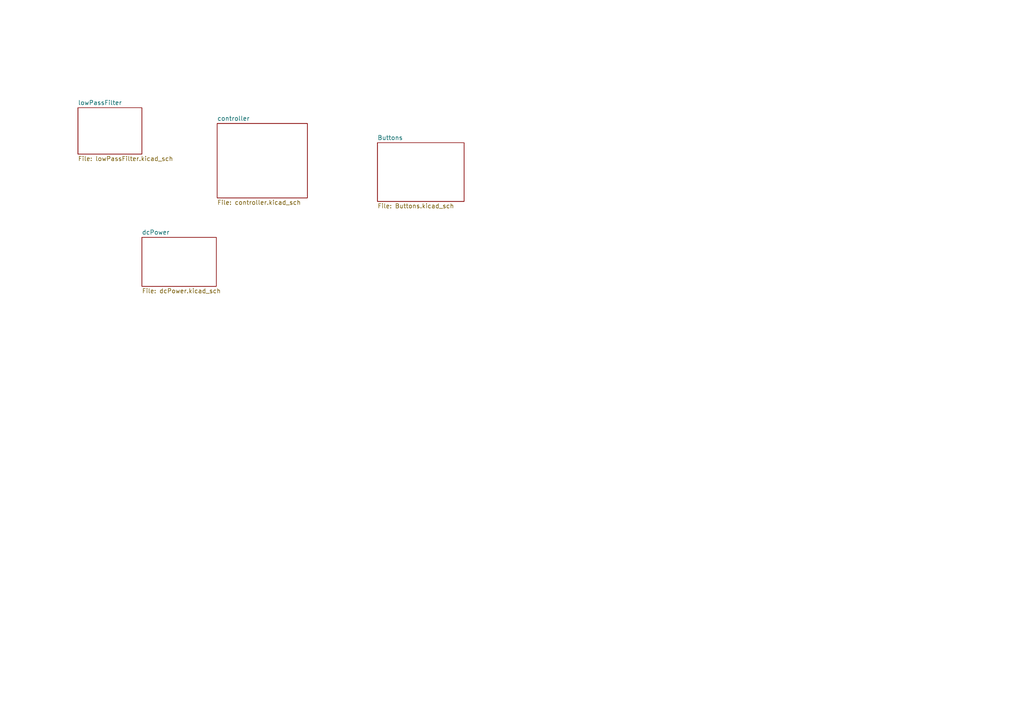
<source format=kicad_sch>
(kicad_sch (version 20230121) (generator eeschema)
  (paper "A4")
  (lib_symbols)
  (sheet (at 109.474 41.402) (size 25.146 17.018) (stroke (width 0.1524))
    (property "Sheetname" "Buttons" (at 109.474 40.6904 0) (effects (justify left bottom)))
    (property "Sheetfile" "Buttons.kicad_sch" (at 109.474 59.0046 0) (effects (justify left top)))
  )
  (sheet (at 41.148 68.834) (size 21.59 14.224) (stroke (width 0.1524))
    (property "Sheetname" "dcPower" (at 41.148 68.1224 0) (effects (justify left bottom)))
    (property "Sheetfile" "dcPower.kicad_sch" (at 41.148 83.6426 0) (effects (justify left top)))
  )
  (sheet (at 22.606 31.242) (size 18.542 13.462) (stroke (width 0.1524))
    (property "Sheetname" "lowPassFilter" (at 22.606 30.5304 0) (effects (justify left bottom)))
    (property "Sheetfile" "lowPassFilter.kicad_sch" (at 22.606 45.2886 0) (effects (justify left top)))
  )
  (sheet (at 62.992 35.814) (size 26.162 21.59) (stroke (width 0.1524))
    (property "Sheetname" "controller" (at 62.992 35.1024 0) (effects (justify left bottom)))
    (property "Sheetfile" "controller.kicad_sch" (at 62.992 57.9886 0) (effects (justify left top)))
  )
)
</source>
